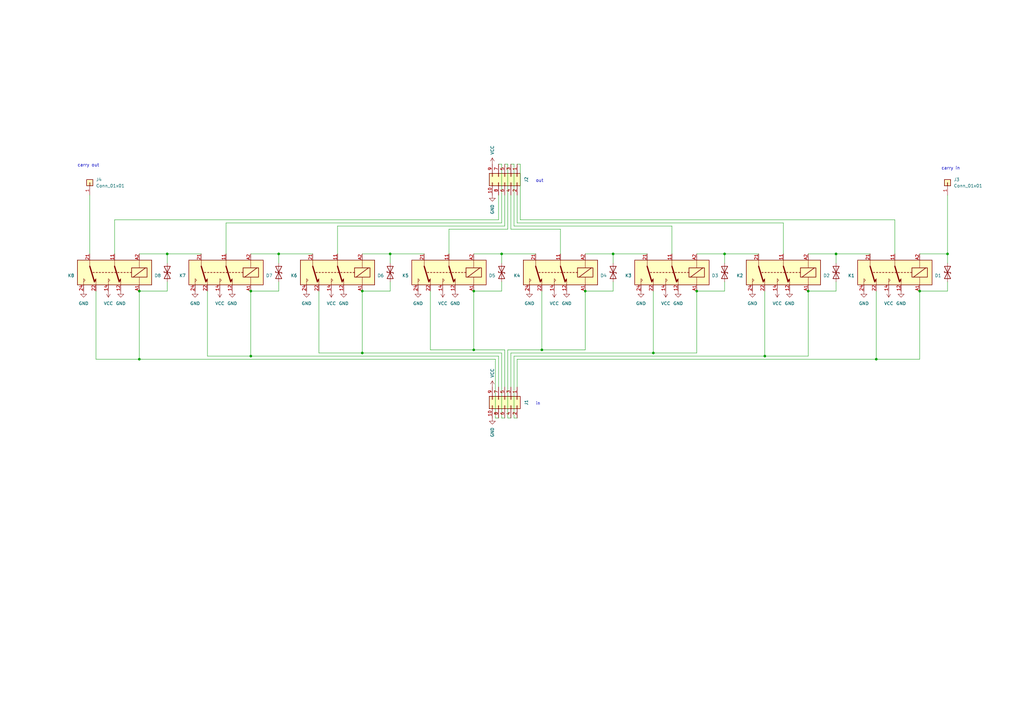
<source format=kicad_sch>
(kicad_sch (version 20231120) (generator "eeschema") (generator_version "8.0")
  (paper "A3")
  (lib_symbols
    (symbol "Connector_Generic:Conn_01x01" (pin_names (offset 1.016) hide)
      (property "Reference" "J" (at 0 2.54 0))
      (property "Value" "Conn_01x01" (at 0 -2.54 0))
      (symbol "Conn_01x01_1_1"
        (rectangle (start -1.27 0.127) (end 0 -0.127) (stroke (width 0.1524)))
        (rectangle (start -1.27 1.27) (end 1.27 -1.27) (stroke (width 0.254)) (fill (type background)))
        (pin passive line (at -5.08 0 0) (length 3.81) (name "Pin_1") (number "1"))
      )
    )
    (symbol "Connector_Generic:Conn_02x05_Odd_Even" (pin_names (offset 1.016) hide)
      (property "Reference" "J" (at 1.27 7.62 0))
      (property "Value" "Conn_02x05_Odd_Even" (at 1.27 -7.62 0))
      (symbol "Conn_02x05_Odd_Even_1_1"
        (rectangle (start -1.27 -4.953) (end 0 -5.207) (stroke (width 0.1524)))
        (rectangle (start -1.27 -2.413) (end 0 -2.667) (stroke (width 0.1524)))
        (rectangle (start -1.27 0.127) (end 0 -0.127) (stroke (width 0.1524)))
        (rectangle (start -1.27 2.667) (end 0 2.413) (stroke (width 0.1524)))
        (rectangle (start -1.27 5.207) (end 0 4.953) (stroke (width 0.1524)))
        (rectangle (start -1.27 6.35) (end 3.81 -6.35) (stroke (width 0.254)) (fill (type background)))
        (rectangle (start 3.81 -4.953) (end 2.54 -5.207) (stroke (width 0.1524)))
        (rectangle (start 3.81 -2.413) (end 2.54 -2.667) (stroke (width 0.1524)))
        (rectangle (start 3.81 0.127) (end 2.54 -0.127) (stroke (width 0.1524)))
        (rectangle (start 3.81 2.667) (end 2.54 2.413) (stroke (width 0.1524)))
        (rectangle (start 3.81 5.207) (end 2.54 4.953) (stroke (width 0.1524)))
        (pin passive line (at -5.08 5.08 0) (length 3.81) (name "Pin_1") (number "1"))
        (pin passive line (at 7.62 -5.08 180) (length 3.81) (name "Pin_10") (number "10"))
        (pin passive line (at 7.62 5.08 180) (length 3.81) (name "Pin_2") (number "2"))
        (pin passive line (at -5.08 2.54 0) (length 3.81) (name "Pin_3") (number "3"))
        (pin passive line (at 7.62 2.54 180) (length 3.81) (name "Pin_4") (number "4"))
        (pin passive line (at -5.08 0 0) (length 3.81) (name "Pin_5") (number "5"))
        (pin passive line (at 7.62 0 180) (length 3.81) (name "Pin_6") (number "6"))
        (pin passive line (at -5.08 -2.54 0) (length 3.81) (name "Pin_7") (number "7"))
        (pin passive line (at 7.62 -2.54 180) (length 3.81) (name "Pin_8") (number "8"))
        (pin passive line (at -5.08 -5.08 0) (length 3.81) (name "Pin_9") (number "9"))
      )
    )
    (symbol "Device:D_TVS" (pin_numbers hide) (pin_names (offset 1.016) hide)
      (property "Reference" "D" (at 0 2.54 0))
      (property "Value" "D_TVS" (at 0 -2.54 0))
      (symbol "D_TVS_0_1"
        (polyline (pts (xy 1.27 0) (xy -1.27 0)))
        (polyline (pts (xy 0.508 1.27) (xy 0 1.27) (xy 0 -1.27) (xy -0.508 -1.27)) (stroke (width 0.254)))
        (polyline (pts (xy -2.54 1.27) (xy -2.54 -1.27) (xy 2.54 1.27) (xy 2.54 -1.27) (xy -2.54 1.27)) (stroke (width 0.254)))
      )
      (symbol "D_TVS_1_1"
        (pin passive line (at -3.81 0 0) (length 2.54) (name "A1") (number "1"))
        (pin passive line (at 3.81 0 180) (length 2.54) (name "A2") (number "2"))
      )
    )
    (symbol "Relay:Relay_DPDT"
      (property "Reference" "K" (at 16.51 3.81 0))
      (property "Value" "Relay_DPDT" (at 16.51 1.27 0))
      (symbol "Relay_DPDT_0_1"
        (rectangle (start -15.24 5.08) (end 15.24 -5.08) (stroke (width 0.254)) (fill (type background)))
        (rectangle (start -13.335 1.905) (end -6.985 -1.905) (stroke (width 0.254)))
        (polyline (pts (xy -12.7 -1.905) (xy -7.62 1.905)) (stroke (width 0.254)))
        (polyline (pts (xy -10.16 -5.08) (xy -10.16 -1.905)))
        (polyline (pts (xy -10.16 5.08) (xy -10.16 1.905)))
        (polyline (pts (xy -6.985 0) (xy -6.35 0)) (stroke (width 0.254)))
        (polyline (pts (xy -5.715 0) (xy -5.08 0)) (stroke (width 0.254)))
        (polyline (pts (xy -4.445 0) (xy -3.81 0)) (stroke (width 0.254)))
        (polyline (pts (xy -3.175 0) (xy -2.54 0)) (stroke (width 0.254)))
        (polyline (pts (xy -1.905 0) (xy -1.27 0)) (stroke (width 0.254)))
        (polyline (pts (xy -0.635 0) (xy 0 0)) (stroke (width 0.254)))
        (polyline (pts (xy 0 -2.54) (xy -1.905 3.81)) (stroke (width 0.508)))
        (polyline (pts (xy 0 -2.54) (xy 0 -5.08)))
        (polyline (pts (xy 0.635 0) (xy 1.27 0)) (stroke (width 0.254)))
        (polyline (pts (xy 1.905 0) (xy 2.54 0)) (stroke (width 0.254)))
        (polyline (pts (xy 3.175 0) (xy 3.81 0)) (stroke (width 0.254)))
        (polyline (pts (xy 4.445 0) (xy 5.08 0)) (stroke (width 0.254)))
        (polyline (pts (xy 5.715 0) (xy 6.35 0)) (stroke (width 0.254)))
        (polyline (pts (xy 6.985 0) (xy 7.62 0)) (stroke (width 0.254)))
        (polyline (pts (xy 8.255 0) (xy 8.89 0)) (stroke (width 0.254)))
        (polyline (pts (xy 10.16 -2.54) (xy 8.255 3.81)) (stroke (width 0.508)))
        (polyline (pts (xy 10.16 -2.54) (xy 10.16 -5.08)))
        (polyline (pts (xy -2.54 5.08) (xy -2.54 2.54) (xy -1.905 3.175) (xy -2.54 3.81)) (fill (type outline)))
        (polyline (pts (xy 2.54 5.08) (xy 2.54 2.54) (xy 1.905 3.175) (xy 2.54 3.81)))
        (polyline (pts (xy 7.62 5.08) (xy 7.62 2.54) (xy 8.255 3.175) (xy 7.62 3.81)) (fill (type outline)))
        (polyline (pts (xy 12.7 5.08) (xy 12.7 2.54) (xy 12.065 3.175) (xy 12.7 3.81)))
      )
      (symbol "Relay_DPDT_1_1"
        (pin passive line (at 0 -7.62 90) (length 2.54) (name "~") (number "11"))
        (pin passive line (at -2.54 7.62 270) (length 2.54) (name "~") (number "12"))
        (pin passive line (at 2.54 7.62 270) (length 2.54) (name "~") (number "14"))
        (pin passive line (at 10.16 -7.62 90) (length 2.54) (name "~") (number "21"))
        (pin passive line (at 7.62 7.62 270) (length 2.54) (name "~") (number "22"))
        (pin passive line (at 12.7 7.62 270) (length 2.54) (name "~") (number "24"))
        (pin passive line (at -10.16 7.62 270) (length 2.54) (name "~") (number "A1"))
        (pin passive line (at -10.16 -7.62 90) (length 2.54) (name "~") (number "A2"))
      )
    )
    (symbol "power:GND" (power) (pin_names (offset 0))
      (property "Value" "GND" (at 0 -3.81 0))
      (symbol "GND_0_1"
        (polyline (pts (xy 0 0) (xy 0 -1.27) (xy 1.27 -1.27) (xy 0 -2.54) (xy -1.27 -1.27) (xy 0 -1.27)))
      )
      (symbol "GND_1_1"
        (pin power_in line (at 0 0 270) (length 0) hide (name "GND") (number "1"))
      )
    )
    (symbol "power:VCC" (power) (pin_names (offset 0))
      (property "Value" "VCC" (at 0 3.81 0))
      (symbol "VCC_0_1"
        (polyline (pts (xy -0.762 1.27) (xy 0 2.54)))
        (polyline (pts (xy 0 0) (xy 0 2.54)))
        (polyline (pts (xy 0 2.54) (xy 0.762 1.27)))
      )
      (symbol "VCC_1_1"
        (pin power_in line (at 0 0 90) (length 0) hide (name "VCC") (number "1"))
      )
    )
  )
  (junction (at 267.97 144.78))
  (junction (at 240.03 119.38))
  (junction (at 222.25 143.51))
  (junction (at 160.02 104.14))
  (junction (at 388.62 104.14))
  (junction (at 342.9 104.14))
  (junction (at 57.15 119.38))
  (junction (at 114.3 104.14))
  (junction (at 194.31 143.51))
  (junction (at 205.74 104.14))
  (junction (at 313.69 146.05))
  (junction (at 297.18 104.14))
  (junction (at 194.31 119.38))
  (junction (at 148.59 144.78))
  (junction (at 251.46 104.14))
  (junction (at 57.15 147.32))
  (junction (at 285.75 119.38))
  (junction (at 377.19 119.38))
  (junction (at 102.87 119.38))
  (junction (at 331.47 119.38))
  (junction (at 148.59 119.38))
  (junction (at 359.41 147.32))
  (junction (at 102.87 146.05))
  (junction (at 68.58 104.14))
  (wire (pts (xy 160.02 115.57) (xy 160.02 119.38)))
  (wire (pts (xy 57.15 119.38) (xy 57.15 147.32)))
  (wire (pts (xy 208.28 171.45) (xy 208.28 143.51)))
  (wire (pts (xy 267.97 119.38) (xy 267.97 144.78)))
  (wire (pts (xy 208.28 93.98) (xy 208.28 67.31)))
  (wire (pts (xy 229.87 104.14) (xy 229.87 93.98)))
  (wire (pts (xy 208.28 143.51) (xy 222.25 143.51)))
  (wire (pts (xy 204.47 171.45) (xy 203.2 171.45)))
  (wire (pts (xy 194.31 119.38) (xy 194.31 143.51)))
  (wire (pts (xy 160.02 104.14) (xy 148.59 104.14)))
  (wire (pts (xy 213.36 90.17) (xy 213.36 67.31)))
  (wire (pts (xy 184.15 104.14) (xy 184.15 93.98)))
  (wire (pts (xy 342.9 119.38) (xy 331.47 119.38)))
  (wire (pts (xy 367.03 90.17) (xy 213.36 90.17)))
  (wire (pts (xy 68.58 107.95) (xy 68.58 104.14)))
  (wire (pts (xy 68.58 104.14) (xy 82.55 104.14)))
  (wire (pts (xy 207.01 80.01) (xy 207.01 92.71)))
  (wire (pts (xy 222.25 119.38) (xy 222.25 143.51)))
  (wire (pts (xy 251.46 107.95) (xy 251.46 104.14)))
  (wire (pts (xy 388.62 107.95) (xy 388.62 104.14)))
  (wire (pts (xy 212.09 91.44) (xy 212.09 80.01)))
  (wire (pts (xy 331.47 146.05) (xy 331.47 119.38)))
  (wire (pts (xy 160.02 107.95) (xy 160.02 104.14)))
  (wire (pts (xy 210.82 146.05) (xy 313.69 146.05)))
  (wire (pts (xy 204.47 158.75) (xy 204.47 146.05)))
  (wire (pts (xy 114.3 104.14) (xy 102.87 104.14)))
  (wire (pts (xy 313.69 119.38) (xy 313.69 146.05)))
  (wire (pts (xy 210.82 67.31) (xy 209.55 67.31)))
  (wire (pts (xy 267.97 144.78) (xy 285.75 144.78)))
  (wire (pts (xy 160.02 119.38) (xy 148.59 119.38)))
  (wire (pts (xy 342.9 115.57) (xy 342.9 119.38)))
  (wire (pts (xy 130.81 144.78) (xy 130.81 119.38)))
  (wire (pts (xy 209.55 93.98) (xy 209.55 80.01)))
  (wire (pts (xy 205.74 107.95) (xy 205.74 104.14)))
  (wire (pts (xy 229.87 93.98) (xy 209.55 93.98)))
  (wire (pts (xy 222.25 143.51) (xy 240.03 143.51)))
  (wire (pts (xy 297.18 119.38) (xy 285.75 119.38)))
  (wire (pts (xy 388.62 115.57) (xy 388.62 119.38)))
  (wire (pts (xy 205.74 104.14) (xy 194.31 104.14)))
  (wire (pts (xy 388.62 80.01) (xy 388.62 104.14)))
  (wire (pts (xy 251.46 115.57) (xy 251.46 119.38)))
  (wire (pts (xy 203.2 147.32) (xy 57.15 147.32)))
  (wire (pts (xy 85.09 146.05) (xy 85.09 119.38)))
  (wire (pts (xy 205.74 104.14) (xy 219.71 104.14)))
  (wire (pts (xy 204.47 90.17) (xy 46.99 90.17)))
  (wire (pts (xy 212.09 158.75) (xy 212.09 147.32)))
  (wire (pts (xy 321.31 91.44) (xy 212.09 91.44)))
  (wire (pts (xy 204.47 67.31) (xy 205.74 67.31)))
  (wire (pts (xy 209.55 171.45) (xy 208.28 171.45)))
  (wire (pts (xy 114.3 104.14) (xy 128.27 104.14)))
  (wire (pts (xy 377.19 147.32) (xy 377.19 119.38)))
  (wire (pts (xy 210.82 171.45) (xy 210.82 146.05)))
  (wire (pts (xy 205.74 144.78) (xy 148.59 144.78)))
  (wire (pts (xy 207.01 92.71) (xy 138.43 92.71)))
  (wire (pts (xy 205.74 115.57) (xy 205.74 119.38)))
  (wire (pts (xy 240.03 143.51) (xy 240.03 119.38)))
  (wire (pts (xy 251.46 119.38) (xy 240.03 119.38)))
  (wire (pts (xy 205.74 171.45) (xy 205.74 144.78)))
  (wire (pts (xy 68.58 115.57) (xy 68.58 119.38)))
  (wire (pts (xy 138.43 92.71) (xy 138.43 104.14)))
  (wire (pts (xy 321.31 104.14) (xy 321.31 91.44)))
  (wire (pts (xy 342.9 104.14) (xy 356.87 104.14)))
  (wire (pts (xy 297.18 107.95) (xy 297.18 104.14)))
  (wire (pts (xy 148.59 144.78) (xy 130.81 144.78)))
  (wire (pts (xy 204.47 146.05) (xy 102.87 146.05)))
  (wire (pts (xy 102.87 146.05) (xy 85.09 146.05)))
  (wire (pts (xy 297.18 104.14) (xy 285.75 104.14)))
  (wire (pts (xy 207.01 171.45) (xy 205.74 171.45)))
  (wire (pts (xy 176.53 143.51) (xy 176.53 119.38)))
  (wire (pts (xy 388.62 119.38) (xy 377.19 119.38)))
  (wire (pts (xy 342.9 107.95) (xy 342.9 104.14)))
  (wire (pts (xy 275.59 104.14) (xy 275.59 92.71)))
  (wire (pts (xy 160.02 104.14) (xy 173.99 104.14)))
  (wire (pts (xy 285.75 144.78) (xy 285.75 119.38)))
  (wire (pts (xy 209.55 158.75) (xy 209.55 144.78)))
  (wire (pts (xy 184.15 93.98) (xy 208.28 93.98)))
  (wire (pts (xy 367.03 104.14) (xy 367.03 90.17)))
  (wire (pts (xy 275.59 92.71) (xy 210.82 92.71)))
  (wire (pts (xy 207.01 143.51) (xy 194.31 143.51)))
  (wire (pts (xy 251.46 104.14) (xy 240.03 104.14)))
  (wire (pts (xy 205.74 67.31) (xy 205.74 91.44)))
  (wire (pts (xy 313.69 146.05) (xy 331.47 146.05)))
  (wire (pts (xy 205.74 91.44) (xy 92.71 91.44)))
  (wire (pts (xy 212.09 171.45) (xy 210.82 171.45)))
  (wire (pts (xy 68.58 119.38) (xy 57.15 119.38)))
  (wire (pts (xy 213.36 67.31) (xy 212.09 67.31)))
  (wire (pts (xy 359.41 147.32) (xy 377.19 147.32)))
  (wire (pts (xy 342.9 104.14) (xy 331.47 104.14)))
  (wire (pts (xy 194.31 143.51) (xy 176.53 143.51)))
  (wire (pts (xy 205.74 119.38) (xy 194.31 119.38)))
  (wire (pts (xy 148.59 119.38) (xy 148.59 144.78)))
  (wire (pts (xy 210.82 92.71) (xy 210.82 67.31)))
  (wire (pts (xy 388.62 104.14) (xy 377.19 104.14)))
  (wire (pts (xy 209.55 144.78) (xy 267.97 144.78)))
  (wire (pts (xy 208.28 67.31) (xy 207.01 67.31)))
  (wire (pts (xy 57.15 147.32) (xy 39.37 147.32)))
  (wire (pts (xy 207.01 158.75) (xy 207.01 143.51)))
  (wire (pts (xy 39.37 147.32) (xy 39.37 119.38)))
  (wire (pts (xy 114.3 119.38) (xy 102.87 119.38)))
  (wire (pts (xy 297.18 115.57) (xy 297.18 119.38)))
  (wire (pts (xy 359.41 119.38) (xy 359.41 147.32)))
  (wire (pts (xy 36.83 80.01) (xy 36.83 104.14)))
  (wire (pts (xy 251.46 104.14) (xy 265.43 104.14)))
  (wire (pts (xy 212.09 147.32) (xy 359.41 147.32)))
  (wire (pts (xy 68.58 104.14) (xy 57.15 104.14)))
  (wire (pts (xy 114.3 107.95) (xy 114.3 104.14)))
  (wire (pts (xy 204.47 80.01) (xy 204.47 90.17)))
  (wire (pts (xy 114.3 115.57) (xy 114.3 119.38)))
  (wire (pts (xy 92.71 91.44) (xy 92.71 104.14)))
  (wire (pts (xy 297.18 104.14) (xy 311.15 104.14)))
  (wire (pts (xy 102.87 119.38) (xy 102.87 146.05)))
  (wire (pts (xy 203.2 171.45) (xy 203.2 147.32)))
  (wire (pts (xy 46.99 90.17) (xy 46.99 104.14)))
  (text "carry out" (at 31.75 68.58 0) (effects (font (size 1.27 1.27)) (justify left bottom)))
  (text "in" (at 219.71 166.37 0) (effects (font (size 1.27 1.27)) (justify left bottom)))
  (text "carry in" (at 386.08 69.85 0) (effects (font (size 1.27 1.27)) (justify left bottom)))
  (text "out" (at 219.71 74.93 0) (effects (font (size 1.27 1.27)) (justify left bottom)))
  (symbol (lib_id "power:GND") (at 140.97 119.38 0) (unit 1)
    (property "Reference" "#PWR020" (effects (hide yes)))
    (property "Value" "GND" (at 140.97 124.46 0))
  )
  (symbol (lib_id "power:VCC") (at 201.93 67.31 0) (unit 1)
    (property "Reference" "#PWR03" (effects (hide yes)))
    (property "Value" "VCC" (at 201.93 63.5 90) (effects (justify left)))
  )
  (symbol (lib_id "Connector_Generic:Conn_01x01") (at 388.62 74.93 90) (unit 1)
    (property "Reference" "J3" (at 391.16 73.66 90) (effects (justify right)))
    (property "Value" "Conn_01x01" (at 391.16 76.2 90) (effects (justify right)))
    (property "Footprint" "Connector_PinHeader_2.54mm:PinHeader_1x01_P2.54mm_Vertical" (effects (hide yes)))
  )
  (symbol (lib_id "Connector_Generic:Conn_02x05_Odd_Even") (at 207.01 72.39 270) (unit 1)
    (property "Reference" "J2" (at 215.9 73.66 0))
    (property "Value" "BHR-10-VUA" (effects (hide yes)))
    (property "Footprint" "Connector_IDC:IDC-Header_2x05_P2.54mm_Vertical" (effects (hide yes)))
    (property "Datasheet" "https://app.adam-tech.com/products/download/data_sheet/203218/bhr-xx-vua-data-sheet.pdf" (effects (hide yes)))
  )
  (symbol (lib_id "power:GND") (at 232.41 119.38 0) (unit 1)
    (property "Reference" "#PWR014" (effects (hide yes)))
    (property "Value" "GND" (at 232.41 124.46 0))
  )
  (symbol (lib_id "power:VCC") (at 44.45 119.38 180) (unit 1)
    (property "Reference" "#PWR024" (effects (hide yes)))
    (property "Value" "VCC" (at 44.45 124.46 0))
  )
  (symbol (lib_id "power:VCC") (at 227.33 119.38 180) (unit 1)
    (property "Reference" "#PWR012" (effects (hide yes)))
    (property "Value" "VCC" (at 227.33 124.46 0))
  )
  (symbol (lib_id "Relay:Relay_DPDT") (at 92.71 111.76 180) (unit 1)
    (property "Reference" "K7" (at 76.2 113.03 0) (effects (justify left)))
    (property "Value" "J104D2C12VDC.15S" (effects (hide yes)))
    (property "Footprint" "Relay_THT:Relay_DPDT_Finder_30.22" (effects (hide yes)))
    (property "Datasheet" "https://www.citrelay.com/Catalog%20Pages/RelayCatalog/J104D.pdf" (effects (hide yes)))
  )
  (symbol (lib_id "Relay:Relay_DPDT") (at 138.43 111.76 180) (unit 1)
    (property "Reference" "K6" (at 121.92 113.03 0) (effects (justify left)))
    (property "Value" "J104D2C12VDC.15S" (effects (hide yes)))
    (property "Footprint" "Relay_THT:Relay_DPDT_Finder_30.22" (effects (hide yes)))
    (property "Datasheet" "https://www.citrelay.com/Catalog%20Pages/RelayCatalog/J104D.pdf" (effects (hide yes)))
  )
  (symbol (lib_id "power:VCC") (at 318.77 119.38 180) (unit 1)
    (property "Reference" "#PWR07" (effects (hide yes)))
    (property "Value" "VCC" (at 318.77 124.46 0))
  )
  (symbol (lib_id "power:GND") (at 278.13 119.38 0) (unit 1)
    (property "Reference" "#PWR011" (effects (hide yes)))
    (property "Value" "GND" (at 278.13 124.46 0))
  )
  (symbol (lib_id "power:GND") (at 354.33 119.38 0) (unit 1)
    (property "Reference" "#PWR010" (effects (hide yes)))
    (property "Value" "GND" (at 354.33 124.46 0))
  )
  (symbol (lib_id "power:VCC") (at 273.05 119.38 180) (unit 1)
    (property "Reference" "#PWR09" (effects (hide yes)))
    (property "Value" "VCC" (at 273.05 124.46 0))
  )
  (symbol (lib_id "power:VCC") (at 201.93 158.75 0) (unit 1)
    (property "Reference" "#PWR01" (effects (hide yes)))
    (property "Value" "VCC" (at 201.93 154.94 90) (effects (justify left)))
  )
  (symbol (lib_id "Connector_Generic:Conn_02x05_Odd_Even") (at 207.01 163.83 270) (unit 1)
    (property "Reference" "J1" (at 215.9 165.1 0))
    (property "Value" "BHR-10-VUA" (effects (hide yes)))
    (property "Footprint" "Connector_IDC:IDC-Header_2x05_P2.54mm_Vertical" (effects (hide yes)))
    (property "Datasheet" "https://app.adam-tech.com/products/download/data_sheet/203218/bhr-xx-vua-data-sheet.pdf" (effects (hide yes)))
  )
  (symbol (lib_id "power:GND") (at 262.89 119.38 0) (unit 1)
    (property "Reference" "#PWR016" (effects (hide yes)))
    (property "Value" "GND" (at 262.89 124.46 0))
  )
  (symbol (lib_id "power:GND") (at 308.61 119.38 0) (unit 1)
    (property "Reference" "#PWR013" (effects (hide yes)))
    (property "Value" "GND" (at 308.61 124.46 0))
  )
  (symbol (lib_id "Relay:Relay_DPDT") (at 229.87 111.76 180) (unit 1)
    (property "Reference" "K4" (at 213.36 113.03 0) (effects (justify left)))
    (property "Value" "J104D2C12VDC.15S" (effects (hide yes)))
    (property "Footprint" "Relay_THT:Relay_DPDT_Finder_30.22" (effects (hide yes)))
    (property "Datasheet" "https://www.citrelay.com/Catalog%20Pages/RelayCatalog/J104D.pdf" (effects (hide yes)))
  )
  (symbol (lib_id "power:GND") (at 369.57 119.38 0) (unit 1)
    (property "Reference" "#PWR05" (effects (hide yes)))
    (property "Value" "GND" (at 369.57 124.46 0))
  )
  (symbol (lib_id "Device:D_TVS") (at 297.18 111.76 270) (unit 1)
    (property "Reference" "D3" (at 294.64 113.03 90) (effects (justify right)))
    (property "Value" "SMAJ14CA" (effects (hide yes)))
    (property "Footprint" "Diode_SMD:D_SMA_Handsoldering" (effects (hide yes)))
    (property "Datasheet" "https://goodarksemi.com/docs/datasheets/transient_voltage_suppressors/SMAJx.pdf" (effects (hide yes)))
  )
  (symbol (lib_id "power:GND") (at 186.69 119.38 0) (unit 1)
    (property "Reference" "#PWR017" (effects (hide yes)))
    (property "Value" "GND" (at 186.69 124.46 0))
  )
  (symbol (lib_id "power:VCC") (at 181.61 119.38 180) (unit 1)
    (property "Reference" "#PWR015" (effects (hide yes)))
    (property "Value" "VCC" (at 181.61 124.46 0))
  )
  (symbol (lib_id "power:GND") (at 125.73 119.38 0) (unit 1)
    (property "Reference" "#PWR025" (effects (hide yes)))
    (property "Value" "GND" (at 125.73 124.46 0))
  )
  (symbol (lib_id "power:GND") (at 34.29 119.38 0) (unit 1)
    (property "Reference" "#PWR029" (effects (hide yes)))
    (property "Value" "GND" (at 34.29 124.46 0))
  )
  (symbol (lib_id "power:VCC") (at 364.49 119.38 180) (unit 1)
    (property "Reference" "#PWR06" (effects (hide yes)))
    (property "Value" "VCC" (at 364.49 124.46 0))
  )
  (symbol (lib_id "power:GND") (at 201.93 171.45 0) (unit 1)
    (property "Reference" "#PWR02" (effects (hide yes)))
    (property "Value" "GND" (at 201.93 175.26 90) (effects (justify right)))
  )
  (symbol (lib_id "power:GND") (at 171.45 119.38 0) (unit 1)
    (property "Reference" "#PWR022" (effects (hide yes)))
    (property "Value" "GND" (at 171.45 124.46 0))
  )
  (symbol (lib_id "Relay:Relay_DPDT") (at 367.03 111.76 180) (unit 1)
    (property "Reference" "K1" (at 350.52 113.03 0) (effects (justify left)))
    (property "Value" "J104D2C12VDC.15S" (effects (hide yes)))
    (property "Footprint" "Relay_THT:Relay_DPDT_Finder_30.22" (effects (hide yes)))
    (property "Datasheet" "https://www.citrelay.com/Catalog%20Pages/RelayCatalog/J104D.pdf" (effects (hide yes)))
  )
  (symbol (lib_id "Connector_Generic:Conn_01x01") (at 36.83 74.93 90) (unit 1)
    (property "Reference" "J4" (at 39.37 73.66 90) (effects (justify right)))
    (property "Value" "Conn_01x01" (at 39.37 76.2 90) (effects (justify right)))
    (property "Footprint" "Connector_PinHeader_2.54mm:PinHeader_1x01_P2.54mm_Vertical" (effects (hide yes)))
  )
  (symbol (lib_id "Relay:Relay_DPDT") (at 46.99 111.76 180) (unit 1)
    (property "Reference" "K8" (at 30.48 113.03 0) (effects (justify left)))
    (property "Value" "J104D2C12VDC.15S" (effects (hide yes)))
    (property "Footprint" "Relay_THT:Relay_DPDT_Finder_30.22" (effects (hide yes)))
    (property "Datasheet" "https://www.citrelay.com/Catalog%20Pages/RelayCatalog/J104D.pdf" (effects (hide yes)))
  )
  (symbol (lib_id "Relay:Relay_DPDT") (at 275.59 111.76 180) (unit 1)
    (property "Reference" "K3" (at 259.08 113.03 0) (effects (justify left)))
    (property "Value" "J104D2C12VDC.15S" (effects (hide yes)))
    (property "Footprint" "Relay_THT:Relay_DPDT_Finder_30.22" (effects (hide yes)))
    (property "Datasheet" "https://www.citrelay.com/Catalog%20Pages/RelayCatalog/J104D.pdf" (effects (hide yes)))
  )
  (symbol (lib_id "Device:D_TVS") (at 160.02 111.76 270) (unit 1)
    (property "Reference" "D6" (at 157.48 113.03 90) (effects (justify right)))
    (property "Value" "SMAJ14CA" (effects (hide yes)))
    (property "Footprint" "Diode_SMD:D_SMA_Handsoldering" (effects (hide yes)))
    (property "Datasheet" "https://goodarksemi.com/docs/datasheets/transient_voltage_suppressors/SMAJx.pdf" (effects (hide yes)))
  )
  (symbol (lib_id "power:GND") (at 201.93 80.01 0) (unit 1)
    (property "Reference" "#PWR04" (effects (hide yes)))
    (property "Value" "GND" (at 201.93 83.82 90) (effects (justify right)))
  )
  (symbol (lib_id "Device:D_TVS") (at 342.9 111.76 270) (unit 1)
    (property "Reference" "D2" (at 340.36 113.03 90) (effects (justify right)))
    (property "Value" "SMAJ14CA" (effects (hide yes)))
    (property "Footprint" "Diode_SMD:D_SMA_Handsoldering" (effects (hide yes)))
    (property "Datasheet" "https://goodarksemi.com/docs/datasheets/transient_voltage_suppressors/SMAJx.pdf" (effects (hide yes)))
  )
  (symbol (lib_id "power:GND") (at 49.53 119.38 0) (unit 1)
    (property "Reference" "#PWR026" (effects (hide yes)))
    (property "Value" "GND" (at 49.53 124.46 0))
  )
  (symbol (lib_id "power:VCC") (at 90.17 119.38 180) (unit 1)
    (property "Reference" "#PWR021" (effects (hide yes)))
    (property "Value" "VCC" (at 90.17 124.46 0))
  )
  (symbol (lib_id "Device:D_TVS") (at 251.46 111.76 270) (unit 1)
    (property "Reference" "D4" (at 248.92 113.03 90) (effects (justify right)))
    (property "Value" "SMAJ14CA" (effects (hide yes)))
    (property "Footprint" "Diode_SMD:D_SMA_Handsoldering" (effects (hide yes)))
    (property "Datasheet" "https://goodarksemi.com/docs/datasheets/transient_voltage_suppressors/SMAJx.pdf" (effects (hide yes)))
  )
  (symbol (lib_id "Relay:Relay_DPDT") (at 184.15 111.76 180) (unit 1)
    (property "Reference" "K5" (at 167.64 113.03 0) (effects (justify left)))
    (property "Value" "J104D2C12VDC.15S" (effects (hide yes)))
    (property "Footprint" "Relay_THT:Relay_DPDT_Finder_30.22" (effects (hide yes)))
    (property "Datasheet" "https://www.citrelay.com/Catalog%20Pages/RelayCatalog/J104D.pdf" (effects (hide yes)))
  )
  (symbol (lib_id "Relay:Relay_DPDT") (at 321.31 111.76 180) (unit 1)
    (property "Reference" "K2" (at 304.8 113.03 0) (effects (justify left)))
    (property "Value" "J104D2C12VDC.15S" (effects (hide yes)))
    (property "Footprint" "Relay_THT:Relay_DPDT_Finder_30.22" (effects (hide yes)))
    (property "Datasheet" "https://www.citrelay.com/Catalog%20Pages/RelayCatalog/J104D.pdf" (effects (hide yes)))
  )
  (symbol (lib_id "Device:D_TVS") (at 205.74 111.76 270) (unit 1)
    (property "Reference" "D5" (at 203.2 113.03 90) (effects (justify right)))
    (property "Value" "SMAJ14CA" (effects (hide yes)))
    (property "Footprint" "Diode_SMD:D_SMA_Handsoldering" (effects (hide yes)))
    (property "Datasheet" "https://goodarksemi.com/docs/datasheets/transient_voltage_suppressors/SMAJx.pdf" (effects (hide yes)))
  )
  (symbol (lib_id "power:GND") (at 80.01 119.38 0) (unit 1)
    (property "Reference" "#PWR028" (effects (hide yes)))
    (property "Value" "GND" (at 80.01 124.46 0))
  )
  (symbol (lib_id "power:GND") (at 217.17 119.38 0) (unit 1)
    (property "Reference" "#PWR019" (effects (hide yes)))
    (property "Value" "GND" (at 217.17 124.46 0))
  )
  (symbol (lib_id "power:VCC") (at 135.89 119.38 180) (unit 1)
    (property "Reference" "#PWR018" (effects (hide yes)))
    (property "Value" "VCC" (at 135.89 124.46 0))
  )
  (symbol (lib_id "Device:D_TVS") (at 114.3 111.76 270) (unit 1)
    (property "Reference" "D7" (at 111.76 113.03 90) (effects (justify right)))
    (property "Value" "SMAJ14CA" (effects (hide yes)))
    (property "Footprint" "Diode_SMD:D_SMA_Handsoldering" (effects (hide yes)))
    (property "Datasheet" "https://goodarksemi.com/docs/datasheets/transient_voltage_suppressors/SMAJx.pdf" (effects (hide yes)))
  )
  (symbol (lib_id "Device:D_TVS") (at 388.62 111.76 270) (unit 1)
    (property "Reference" "D1" (at 386.08 113.03 90) (effects (justify right)))
    (property "Value" "SMAJ14CA" (effects (hide yes)))
    (property "Footprint" "Diode_SMD:D_SMA_Handsoldering" (effects (hide yes)))
    (property "Datasheet" "https://goodarksemi.com/docs/datasheets/transient_voltage_suppressors/SMAJx.pdf" (effects (hide yes)))
  )
  (symbol (lib_id "power:GND") (at 95.25 119.38 0) (unit 1)
    (property "Reference" "#PWR023" (effects (hide yes)))
    (property "Value" "GND" (at 95.25 124.46 0))
  )
  (symbol (lib_id "Device:D_TVS") (at 68.58 111.76 270) (unit 1)
    (property "Reference" "D8" (at 66.04 113.03 90) (effects (justify right)))
    (property "Value" "SMAJ14CA" (effects (hide yes)))
    (property "Footprint" "Diode_SMD:D_SMA_Handsoldering" (effects (hide yes)))
    (property "Datasheet" "https://goodarksemi.com/docs/datasheets/transient_voltage_suppressors/SMAJx.pdf" (effects (hide yes)))
  )
  (symbol (lib_id "power:GND") (at 323.85 119.38 0) (unit 1)
    (property "Reference" "#PWR08" (effects (hide yes)))
    (property "Value" "GND" (at 323.85 124.46 0))
  )
)
</source>
